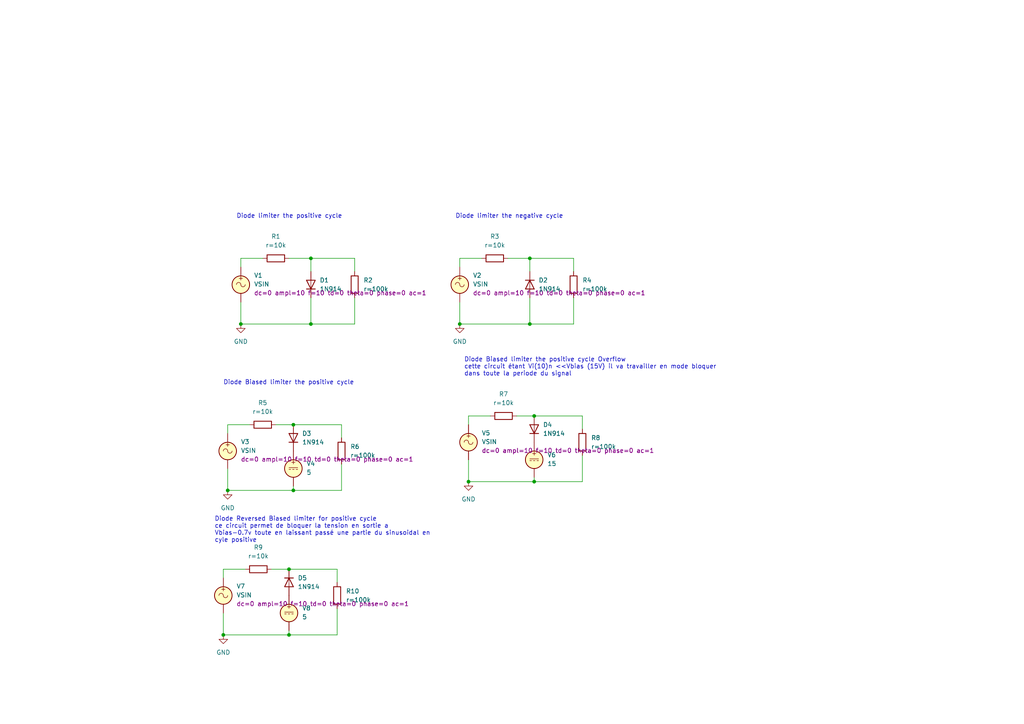
<source format=kicad_sch>
(kicad_sch (version 20230121) (generator eeschema)
  (paper "A4")
  (lib_symbols
    (symbol "Device:R" (pin_numbers hide) (pin_names (offset 0))
      (property "Reference" "R" (at 2.032 0 90))
      (property "Value" "R" (at 0 0 90))
      (symbol "R_0_1"
        (rectangle (start -1.016 -2.54) (end 1.016 2.54) (stroke (width 0.254)))
      )
      (symbol "R_1_1"
        (pin passive line (at 0 3.81 270) (length 1.27) (name "~") (number "1"))
        (pin passive line (at 0 -3.81 90) (length 1.27) (name "~") (number "2"))
      )
    )
    (symbol "Diode:1N914" (pin_numbers hide) (pin_names hide)
      (property "Reference" "D" (at 0 2.54 0))
      (property "Value" "1N914" (at 0 -2.54 0))
      (symbol "1N914_0_1"
        (polyline (pts (xy -1.27 1.27) (xy -1.27 -1.27)) (stroke (width 0.254)))
        (polyline (pts (xy 1.27 0) (xy -1.27 0)))
        (polyline (pts (xy 1.27 1.27) (xy 1.27 -1.27) (xy -1.27 0) (xy 1.27 1.27)) (stroke (width 0.254)))
      )
      (symbol "1N914_1_1"
        (pin passive line (at -3.81 0 0) (length 2.54) (name "K") (number "1"))
        (pin passive line (at 3.81 0 180) (length 2.54) (name "A") (number "2"))
      )
    )
    (symbol "Simulation_SPICE:VDC" (pin_numbers hide) (pin_names (offset 0.0254))
      (property "Reference" "V" (at 2.54 2.54 0))
      (property "Value" "1" (at 2.54 0 0))
      (symbol "VDC_0_0"
        (polyline (pts (xy -1.27 0.254) (xy 1.27 0.254)))
        (polyline (pts (xy -0.762 -0.254) (xy -1.27 -0.254)))
        (polyline (pts (xy 0.254 -0.254) (xy -0.254 -0.254)))
        (polyline (pts (xy 1.27 -0.254) (xy 0.762 -0.254)))
        (text "+" (at 0 1.905 0) (effects (font (size 1.27 1.27))))
      )
      (symbol "VDC_0_1"
        (circle (center 0 0) (radius 2.54) (stroke (width 0.254)) (fill (type background)))
      )
      (symbol "VDC_1_1"
        (pin passive line (at 0 5.08 270) (length 2.54) (name "~") (number "1"))
        (pin passive line (at 0 -5.08 90) (length 2.54) (name "~") (number "2"))
      )
    )
    (symbol "Simulation_SPICE:VSIN" (pin_numbers hide) (pin_names (offset 0.0254))
      (property "Reference" "V" (at 2.54 2.54 0))
      (property "Value" "VSIN" (at 2.54 0 0))
      (property "Sim.Params" "dc=0 ampl=1 f=1k ac=1" (at 2.54 -2.54 0))
      (symbol "VSIN_0_0"
        (arc (start 0 0) (mid -0.635 0.6323) (end -1.27 0))
        (arc (start 0 0) (mid 0.635 -0.6323) (end 1.27 0))
        (text "+" (at 0 1.905 0) (effects (font (size 1.27 1.27))))
      )
      (symbol "VSIN_0_1"
        (circle (center 0 0) (radius 2.54) (stroke (width 0.254)) (fill (type background)))
      )
      (symbol "VSIN_1_1"
        (pin passive line (at 0 5.08 270) (length 2.54) (name "~") (number "1"))
        (pin passive line (at 0 -5.08 90) (length 2.54) (name "~") (number "2"))
      )
    )
    (symbol "power:GND" (power) (pin_names (offset 0))
      (property "Value" "GND" (at 0 -3.81 0))
      (symbol "GND_0_1"
        (polyline (pts (xy 0 0) (xy 0 -1.27) (xy 1.27 -1.27) (xy 0 -2.54) (xy -1.27 -1.27) (xy 0 -1.27)))
      )
      (symbol "GND_1_1"
        (pin power_in line (at 0 0 270) (length 0) hide (name "GND") (number "1"))
      )
    )
  )
  (junction (at 154.94 139.7))
  (junction (at 133.35 93.98))
  (junction (at 153.67 74.93))
  (junction (at 153.67 93.98))
  (junction (at 85.09 142.24))
  (junction (at 85.09 123.19))
  (junction (at 64.77 184.15))
  (junction (at 154.94 120.65))
  (junction (at 135.89 139.7))
  (junction (at 90.17 93.98))
  (junction (at 90.17 74.93))
  (junction (at 83.82 165.1))
  (junction (at 66.04 142.24))
  (junction (at 83.82 184.15))
  (junction (at 69.85 93.98))
  (wire (pts (xy 133.35 77.47) (xy 133.35 74.93)))
  (wire (pts (xy 153.67 86.36) (xy 153.67 93.98)))
  (wire (pts (xy 99.06 127) (xy 99.06 123.19)))
  (wire (pts (xy 154.94 138.43) (xy 154.94 139.7)))
  (wire (pts (xy 168.91 132.08) (xy 168.91 139.7)))
  (wire (pts (xy 69.85 74.93) (xy 76.2 74.93)))
  (wire (pts (xy 80.01 123.19) (xy 85.09 123.19)))
  (wire (pts (xy 85.09 123.19) (xy 99.06 123.19)))
  (wire (pts (xy 102.87 78.74) (xy 102.87 74.93)))
  (wire (pts (xy 85.09 142.24) (xy 99.06 142.24)))
  (wire (pts (xy 168.91 124.46) (xy 168.91 120.65)))
  (wire (pts (xy 64.77 184.15) (xy 83.82 184.15)))
  (wire (pts (xy 66.04 135.89) (xy 66.04 142.24)))
  (wire (pts (xy 135.89 123.19) (xy 135.89 120.65)))
  (wire (pts (xy 66.04 125.73) (xy 66.04 123.19)))
  (wire (pts (xy 83.82 74.93) (xy 90.17 74.93)))
  (wire (pts (xy 133.35 74.93) (xy 139.7 74.93)))
  (wire (pts (xy 166.37 78.74) (xy 166.37 74.93)))
  (wire (pts (xy 83.82 184.15) (xy 97.79 184.15)))
  (wire (pts (xy 66.04 123.19) (xy 72.39 123.19)))
  (wire (pts (xy 90.17 93.98) (xy 69.85 93.98)))
  (wire (pts (xy 154.94 139.7) (xy 168.91 139.7)))
  (wire (pts (xy 97.79 176.53) (xy 97.79 184.15)))
  (wire (pts (xy 153.67 74.93) (xy 166.37 74.93)))
  (wire (pts (xy 102.87 86.36) (xy 102.87 93.98)))
  (wire (pts (xy 153.67 74.93) (xy 153.67 78.74)))
  (wire (pts (xy 147.32 74.93) (xy 153.67 74.93)))
  (wire (pts (xy 85.09 140.97) (xy 85.09 142.24)))
  (wire (pts (xy 102.87 93.98) (xy 90.17 93.98)))
  (wire (pts (xy 153.67 93.98) (xy 166.37 93.98)))
  (wire (pts (xy 133.35 93.98) (xy 153.67 93.98)))
  (wire (pts (xy 69.85 77.47) (xy 69.85 74.93)))
  (wire (pts (xy 135.89 133.35) (xy 135.89 139.7)))
  (wire (pts (xy 83.82 182.88) (xy 83.82 184.15)))
  (wire (pts (xy 90.17 74.93) (xy 102.87 74.93)))
  (wire (pts (xy 166.37 86.36) (xy 166.37 93.98)))
  (wire (pts (xy 64.77 167.64) (xy 64.77 165.1)))
  (wire (pts (xy 154.94 120.65) (xy 168.91 120.65)))
  (wire (pts (xy 149.86 120.65) (xy 154.94 120.65)))
  (wire (pts (xy 99.06 134.62) (xy 99.06 142.24)))
  (wire (pts (xy 90.17 86.36) (xy 90.17 93.98)))
  (wire (pts (xy 135.89 120.65) (xy 142.24 120.65)))
  (wire (pts (xy 64.77 165.1) (xy 71.12 165.1)))
  (wire (pts (xy 69.85 87.63) (xy 69.85 93.98)))
  (wire (pts (xy 90.17 74.93) (xy 90.17 78.74)))
  (wire (pts (xy 97.79 168.91) (xy 97.79 165.1)))
  (wire (pts (xy 64.77 177.8) (xy 64.77 184.15)))
  (wire (pts (xy 133.35 87.63) (xy 133.35 93.98)))
  (wire (pts (xy 135.89 139.7) (xy 154.94 139.7)))
  (wire (pts (xy 83.82 165.1) (xy 97.79 165.1)))
  (wire (pts (xy 78.74 165.1) (xy 83.82 165.1)))
  (wire (pts (xy 66.04 142.24) (xy 85.09 142.24)))
  (text "Diode limiter the positive cycle" (at 68.58 63.5 0) (effects (font (size 1.27 1.27)) (justify left bottom)))
  (text "Diode Reversed Biased limiter for positive cycle\nce circuit permet de bloquer la tension en sortie a \nVbias-0.7v toute en laissant passé une partie du sinusoidal en\ncyle positive" (at 62.23 157.48 0) (effects (font (size 1.27 1.27)) (justify left bottom)))
  (text "Diode Biased limiter the positive cycle Overflow\ncette circuit étant Vi(10)n <<Vbias (15V) il va travailler en mode bloquer \ndans toute la periode du signal" (at 134.62 109.22 0) (effects (font (size 1.27 1.27)) (justify left bottom)))
  (text "Diode Biased limiter the positive cycle" (at 64.77 111.76 0) (effects (font (size 1.27 1.27)) (justify left bottom)))
  (text "Diode limiter the negative cycle" (at 132.08 63.5 0) (effects (font (size 1.27 1.27)) (justify left bottom)))
  (symbol (lib_id "Simulation_SPICE:VDC") (at 154.94 133.35 0) (unit 1)
    (property "Reference" "V6" (at 158.75 131.9502 0) (effects (justify left)))
    (property "Value" "15" (at 158.75 134.4902 0) (effects (justify left)))
    (property "Datasheet" "https://ngspice.sourceforge.io/docs/ngspice-html-manual/manual.xhtml#sec_Independent_Sources_for" (effects hide))
    (property "Sim.Pins" "1=+ 2=-" (effects hide))
    (property "Sim.Type" "DC" (effects hide))
    (property "Sim.Device" "V" (effects hide))
  )
  (symbol (lib_id "Diode:1N914") (at 154.94 124.46 90) (unit 1)
    (property "Reference" "D4" (at 157.48 123.19 90) (effects (justify right)))
    (property "Value" "1N914" (at 157.48 125.73 90) (effects (justify right)))
    (property "Footprint" "Diode_THT:D_DO-35_SOD27_P7.62mm_Horizontal" (effects hide))
    (property "Datasheet" "http://www.vishay.com/docs/85622/1n914.pdf" (effects hide))
    (property "Sim.Device" "D" (effects hide))
    (property "Sim.Pins" "1=K 2=A" (effects hide))
  )
  (symbol (lib_id "Device:R") (at 80.01 74.93 270) (unit 1)
    (property "Reference" "R1" (at 80.01 68.58 90))
    (property "Value" "${SIM.PARAMS}" (at 80.01 71.12 90))
    (property "Sim.Device" "R" (effects hide))
    (property "Sim.Type" "=" (effects hide))
    (property "Sim.Params" "r=10k" (effects hide))
    (property "Sim.Pins" "1=+ 2=-" (effects hide))
  )
  (symbol (lib_id "Diode:1N914") (at 90.17 82.55 90) (unit 1)
    (property "Reference" "D1" (at 92.71 81.28 90) (effects (justify right)))
    (property "Value" "1N914" (at 92.71 83.82 90) (effects (justify right)))
    (property "Footprint" "Diode_THT:D_DO-35_SOD27_P7.62mm_Horizontal" (effects hide))
    (property "Datasheet" "http://www.vishay.com/docs/85622/1n914.pdf" (effects hide))
    (property "Sim.Device" "D" (effects hide))
    (property "Sim.Pins" "1=K 2=A" (effects hide))
  )
  (symbol (lib_id "power:GND") (at 66.04 142.24 0) (unit 1)
    (property "Reference" "#PWR03" (effects hide))
    (property "Value" "GND" (at 66.04 147.32 0))
  )
  (symbol (lib_id "Simulation_SPICE:VSIN") (at 66.04 130.81 0) (unit 1)
    (property "Reference" "V3" (at 69.85 128.1402 0) (effects (justify left)))
    (property "Value" "VSIN" (at 69.85 130.6802 0) (effects (justify left)))
    (property "Datasheet" "https://ngspice.sourceforge.io/docs/ngspice-html-manual/manual.xhtml#sec_Independent_Sources_for" (effects hide))
    (property "Sim.Pins" "1=+ 2=-" (effects hide))
    (property "Sim.Params" "dc=0 ampl=10 f=10 td=0 theta=0 phase=0 ac=1" (at 69.85 133.2202 0) (effects (justify left)))
    (property "Sim.Type" "SIN" (effects hide))
    (property "Sim.Device" "V" (effects hide))
  )
  (symbol (lib_id "Device:R") (at 166.37 82.55 0) (unit 1)
    (property "Reference" "R4" (at 168.91 81.28 0) (effects (justify left)))
    (property "Value" "${SIM.PARAMS}" (at 168.91 83.82 0) (effects (justify left)))
    (property "Sim.Device" "R" (effects hide))
    (property "Sim.Type" "=" (effects hide))
    (property "Sim.Params" "r=100k" (effects hide))
    (property "Sim.Pins" "1=+ 2=-" (effects hide))
  )
  (symbol (lib_id "Simulation_SPICE:VSIN") (at 69.85 82.55 0) (unit 1)
    (property "Reference" "V1" (at 73.66 79.8802 0) (effects (justify left)))
    (property "Value" "VSIN" (at 73.66 82.4202 0) (effects (justify left)))
    (property "Datasheet" "https://ngspice.sourceforge.io/docs/ngspice-html-manual/manual.xhtml#sec_Independent_Sources_for" (effects hide))
    (property "Sim.Pins" "1=+ 2=-" (effects hide))
    (property "Sim.Params" "dc=0 ampl=10 f=10 td=0 theta=0 phase=0 ac=1" (at 73.66 84.9602 0) (effects (justify left)))
    (property "Sim.Type" "SIN" (effects hide))
    (property "Sim.Device" "V" (effects hide))
  )
  (symbol (lib_id "Device:R") (at 99.06 130.81 0) (unit 1)
    (property "Reference" "R6" (at 101.6 129.54 0) (effects (justify left)))
    (property "Value" "${SIM.PARAMS}" (at 101.6 132.08 0) (effects (justify left)))
    (property "Sim.Device" "R" (effects hide))
    (property "Sim.Type" "=" (effects hide))
    (property "Sim.Params" "r=100k" (effects hide))
    (property "Sim.Pins" "1=+ 2=-" (effects hide))
  )
  (symbol (lib_id "Simulation_SPICE:VDC") (at 85.09 135.89 0) (unit 1)
    (property "Reference" "V4" (at 88.9 134.4902 0) (effects (justify left)))
    (property "Value" "5" (at 88.9 137.0302 0) (effects (justify left)))
    (property "Datasheet" "https://ngspice.sourceforge.io/docs/ngspice-html-manual/manual.xhtml#sec_Independent_Sources_for" (effects hide))
    (property "Sim.Pins" "1=+ 2=-" (effects hide))
    (property "Sim.Type" "DC" (effects hide))
    (property "Sim.Device" "V" (effects hide))
  )
  (symbol (lib_id "power:GND") (at 135.89 139.7 0) (unit 1)
    (property "Reference" "#PWR04" (effects hide))
    (property "Value" "GND" (at 135.89 144.78 0))
  )
  (symbol (lib_id "Device:R") (at 74.93 165.1 270) (unit 1)
    (property "Reference" "R9" (at 74.93 158.75 90))
    (property "Value" "${SIM.PARAMS}" (at 74.93 161.29 90))
    (property "Sim.Device" "R" (effects hide))
    (property "Sim.Type" "=" (effects hide))
    (property "Sim.Params" "r=10k" (effects hide))
    (property "Sim.Pins" "1=+ 2=-" (effects hide))
  )
  (symbol (lib_id "Device:R") (at 168.91 128.27 0) (unit 1)
    (property "Reference" "R8" (at 171.45 127 0) (effects (justify left)))
    (property "Value" "${SIM.PARAMS}" (at 171.45 129.54 0) (effects (justify left)))
    (property "Sim.Device" "R" (effects hide))
    (property "Sim.Type" "=" (effects hide))
    (property "Sim.Params" "r=100k" (effects hide))
    (property "Sim.Pins" "1=+ 2=-" (effects hide))
  )
  (symbol (lib_id "power:GND") (at 133.35 93.98 0) (unit 1)
    (property "Reference" "#PWR02" (effects hide))
    (property "Value" "GND" (at 133.35 99.06 0))
  )
  (symbol (lib_id "Diode:1N914") (at 83.82 168.91 270) (unit 1)
    (property "Reference" "D5" (at 86.36 167.64 90) (effects (justify left)))
    (property "Value" "1N914" (at 86.36 170.18 90) (effects (justify left)))
    (property "Footprint" "Diode_THT:D_DO-35_SOD27_P7.62mm_Horizontal" (effects hide))
    (property "Datasheet" "http://www.vishay.com/docs/85622/1n914.pdf" (effects hide))
    (property "Sim.Device" "D" (effects hide))
    (property "Sim.Pins" "1=K 2=A" (effects hide))
  )
  (symbol (lib_id "power:GND") (at 69.85 93.98 0) (unit 1)
    (property "Reference" "#PWR01" (effects hide))
    (property "Value" "GND" (at 69.85 99.06 0))
  )
  (symbol (lib_id "Simulation_SPICE:VDC") (at 83.82 177.8 0) (unit 1)
    (property "Reference" "V8" (at 87.63 176.4002 0) (effects (justify left)))
    (property "Value" "5" (at 87.63 178.9402 0) (effects (justify left)))
    (property "Datasheet" "https://ngspice.sourceforge.io/docs/ngspice-html-manual/manual.xhtml#sec_Independent_Sources_for" (effects hide))
    (property "Sim.Pins" "1=+ 2=-" (effects hide))
    (property "Sim.Type" "DC" (effects hide))
    (property "Sim.Device" "V" (effects hide))
  )
  (symbol (lib_id "Simulation_SPICE:VSIN") (at 133.35 82.55 0) (unit 1)
    (property "Reference" "V2" (at 137.16 79.8802 0) (effects (justify left)))
    (property "Value" "VSIN" (at 137.16 82.4202 0) (effects (justify left)))
    (property "Datasheet" "https://ngspice.sourceforge.io/docs/ngspice-html-manual/manual.xhtml#sec_Independent_Sources_for" (effects hide))
    (property "Sim.Pins" "1=+ 2=-" (effects hide))
    (property "Sim.Params" "dc=0 ampl=10 f=10 td=0 theta=0 phase=0 ac=1" (at 137.16 84.9602 0) (effects (justify left)))
    (property "Sim.Type" "SIN" (effects hide))
    (property "Sim.Device" "V" (effects hide))
  )
  (symbol (lib_id "power:GND") (at 64.77 184.15 0) (unit 1)
    (property "Reference" "#PWR05" (effects hide))
    (property "Value" "GND" (at 64.77 189.23 0))
  )
  (symbol (lib_id "Simulation_SPICE:VSIN") (at 64.77 172.72 0) (unit 1)
    (property "Reference" "V7" (at 68.58 170.0502 0) (effects (justify left)))
    (property "Value" "VSIN" (at 68.58 172.5902 0) (effects (justify left)))
    (property "Datasheet" "https://ngspice.sourceforge.io/docs/ngspice-html-manual/manual.xhtml#sec_Independent_Sources_for" (effects hide))
    (property "Sim.Pins" "1=+ 2=-" (effects hide))
    (property "Sim.Params" "dc=0 ampl=10 f=10 td=0 theta=0 phase=0 ac=1" (at 68.58 175.1302 0) (effects (justify left)))
    (property "Sim.Type" "SIN" (effects hide))
    (property "Sim.Device" "V" (effects hide))
  )
  (symbol (lib_id "Simulation_SPICE:VSIN") (at 135.89 128.27 0) (unit 1)
    (property "Reference" "V5" (at 139.7 125.6002 0) (effects (justify left)))
    (property "Value" "VSIN" (at 139.7 128.1402 0) (effects (justify left)))
    (property "Datasheet" "https://ngspice.sourceforge.io/docs/ngspice-html-manual/manual.xhtml#sec_Independent_Sources_for" (effects hide))
    (property "Sim.Pins" "1=+ 2=-" (effects hide))
    (property "Sim.Params" "dc=0 ampl=10 f=10 td=0 theta=0 phase=0 ac=1" (at 139.7 130.6802 0) (effects (justify left)))
    (property "Sim.Type" "SIN" (effects hide))
    (property "Sim.Device" "V" (effects hide))
  )
  (symbol (lib_id "Diode:1N914") (at 85.09 127 90) (unit 1)
    (property "Reference" "D3" (at 87.63 125.73 90) (effects (justify right)))
    (property "Value" "1N914" (at 87.63 128.27 90) (effects (justify right)))
    (property "Footprint" "Diode_THT:D_DO-35_SOD27_P7.62mm_Horizontal" (effects hide))
    (property "Datasheet" "http://www.vishay.com/docs/85622/1n914.pdf" (effects hide))
    (property "Sim.Device" "D" (effects hide))
    (property "Sim.Pins" "1=K 2=A" (effects hide))
  )
  (symbol (lib_id "Device:R") (at 97.79 172.72 0) (unit 1)
    (property "Reference" "R10" (at 100.33 171.45 0) (effects (justify left)))
    (property "Value" "${SIM.PARAMS}" (at 100.33 173.99 0) (effects (justify left)))
    (property "Sim.Device" "R" (effects hide))
    (property "Sim.Type" "=" (effects hide))
    (property "Sim.Params" "r=100k" (effects hide))
    (property "Sim.Pins" "1=+ 2=-" (effects hide))
  )
  (symbol (lib_id "Diode:1N914") (at 153.67 82.55 270) (unit 1)
    (property "Reference" "D2" (at 156.21 81.28 90) (effects (justify left)))
    (property "Value" "1N914" (at 156.21 83.82 90) (effects (justify left)))
    (property "Footprint" "Diode_THT:D_DO-35_SOD27_P7.62mm_Horizontal" (effects hide))
    (property "Datasheet" "http://www.vishay.com/docs/85622/1n914.pdf" (effects hide))
    (property "Sim.Device" "D" (effects hide))
    (property "Sim.Pins" "1=K 2=A" (effects hide))
  )
  (symbol (lib_id "Device:R") (at 76.2 123.19 270) (unit 1)
    (property "Reference" "R5" (at 76.2 116.84 90))
    (property "Value" "${SIM.PARAMS}" (at 76.2 119.38 90))
    (property "Sim.Device" "R" (effects hide))
    (property "Sim.Type" "=" (effects hide))
    (property "Sim.Params" "r=10k" (effects hide))
    (property "Sim.Pins" "1=+ 2=-" (effects hide))
  )
  (symbol (lib_id "Device:R") (at 102.87 82.55 0) (unit 1)
    (property "Reference" "R2" (at 105.41 81.28 0) (effects (justify left)))
    (property "Value" "${SIM.PARAMS}" (at 105.41 83.82 0) (effects (justify left)))
    (property "Sim.Device" "R" (effects hide))
    (property "Sim.Type" "=" (effects hide))
    (property "Sim.Params" "r=100k" (effects hide))
    (property "Sim.Pins" "1=+ 2=-" (effects hide))
  )
  (symbol (lib_id "Device:R") (at 146.05 120.65 270) (unit 1)
    (property "Reference" "R7" (at 146.05 114.3 90))
    (property "Value" "${SIM.PARAMS}" (at 146.05 116.84 90))
    (property "Sim.Device" "R" (effects hide))
    (property "Sim.Type" "=" (effects hide))
    (property "Sim.Params" "r=10k" (effects hide))
    (property "Sim.Pins" "1=+ 2=-" (effects hide))
  )
  (symbol (lib_id "Device:R") (at 143.51 74.93 270) (unit 1)
    (property "Reference" "R3" (at 143.51 68.58 90))
    (property "Value" "${SIM.PARAMS}" (at 143.51 71.12 90))
    (property "Sim.Device" "R" (effects hide))
    (property "Sim.Type" "=" (effects hide))
    (property "Sim.Params" "r=10k" (effects hide))
    (property "Sim.Pins" "1=+ 2=-" (effects hide))
  )
)
</source>
